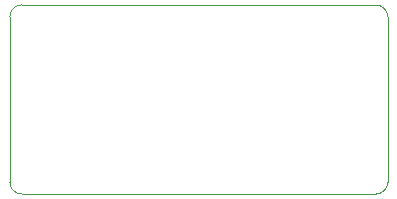
<source format=gbr>
%TF.GenerationSoftware,KiCad,Pcbnew,(5.1.10)-1*%
%TF.CreationDate,2021-11-30T19:58:40-05:00*%
%TF.ProjectId,Microwave_Circuit,4d696372-6f77-4617-9665-5f4369726375,rev?*%
%TF.SameCoordinates,Original*%
%TF.FileFunction,Profile,NP*%
%FSLAX46Y46*%
G04 Gerber Fmt 4.6, Leading zero omitted, Abs format (unit mm)*
G04 Created by KiCad (PCBNEW (5.1.10)-1) date 2021-11-30 19:58:40*
%MOMM*%
%LPD*%
G01*
G04 APERTURE LIST*
%TA.AperFunction,Profile*%
%ADD10C,0.050000*%
%TD*%
G04 APERTURE END LIST*
D10*
X204544189Y-77320985D02*
X204544189Y-63320985D01*
X172544189Y-63320985D02*
G75*
G02*
X173544189Y-62320985I1000000J0D01*
G01*
X204544189Y-77320985D02*
G75*
G02*
X203544189Y-78320985I-1000000J0D01*
G01*
X172544189Y-63320985D02*
X172544189Y-77320985D01*
X203544189Y-62320985D02*
G75*
G02*
X204544189Y-63320985I0J-1000000D01*
G01*
X173544189Y-78320985D02*
X203544189Y-78320985D01*
X173544189Y-78320985D02*
G75*
G02*
X172544189Y-77320985I0J1000000D01*
G01*
X173544189Y-62320985D02*
X203544189Y-62320985D01*
M02*

</source>
